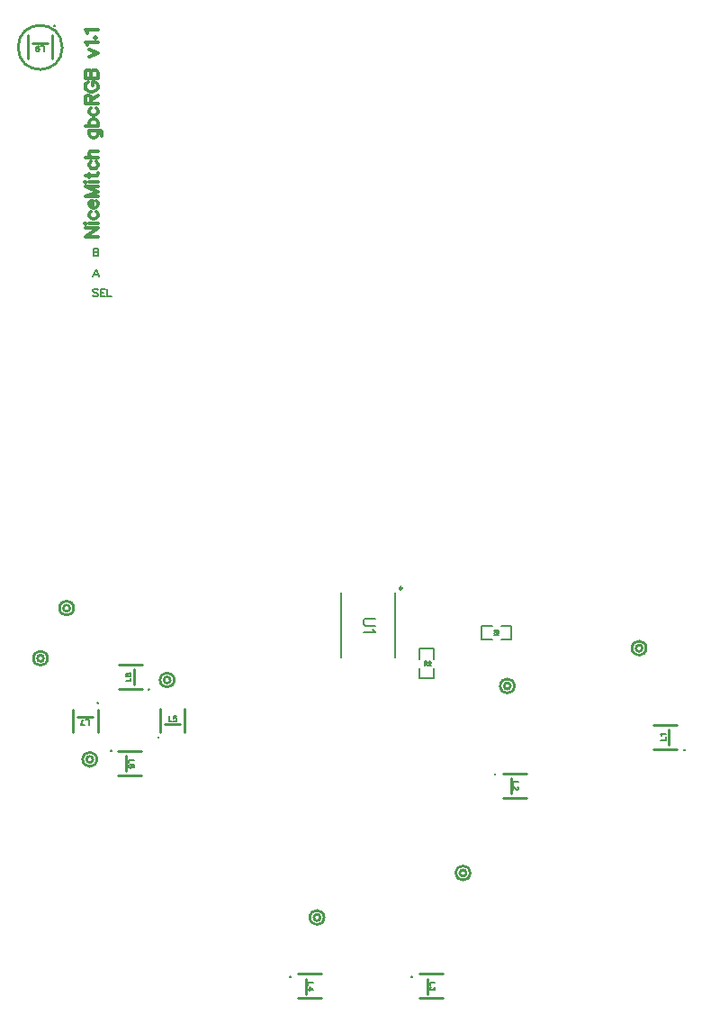
<source format=gto>
G04 Layer: TopSilkLayer*
G04 EasyEDA v6.4.25, 2021-09-17T16:21:59--7:00*
G04 8dbd8d05a4bf401dbff3891acb08e7ed,1286d1f709c949e68cfeef46812bcf49,10*
G04 Gerber Generator version 0.2*
G04 Scale: 100 percent, Rotated: No, Reflected: No *
G04 Dimensions in millimeters *
G04 leading zeros omitted , absolute positions ,4 integer and 5 decimal *
%FSLAX45Y45*%
%MOMM*%

%ADD10C,0.2540*%
%ADD11C,0.3000*%
%ADD23C,0.1524*%
%ADD24C,0.2032*%
%ADD25C,0.1500*%

%LPD*%
D24*
X6146987Y7215677D02*
G01*
X6146987Y7144049D01*
X6146987Y7215677D02*
G01*
X6177721Y7215677D01*
X6187881Y7212375D01*
X6191183Y7208819D01*
X6194739Y7201961D01*
X6194739Y7195103D01*
X6191183Y7188499D01*
X6187881Y7184943D01*
X6177721Y7181641D01*
X6146987Y7181641D02*
G01*
X6177721Y7181641D01*
X6187881Y7178085D01*
X6191183Y7174783D01*
X6194739Y7167925D01*
X6194739Y7157765D01*
X6191183Y7150907D01*
X6187881Y7147605D01*
X6177721Y7144049D01*
X6146987Y7144049D01*
X6171945Y7022084D02*
G01*
X6144768Y6950455D01*
X6171945Y7022084D02*
G01*
X6199377Y6950455D01*
X6154927Y6974331D02*
G01*
X6189218Y6974331D01*
X6191679Y6824398D02*
G01*
X6184821Y6831256D01*
X6174661Y6834558D01*
X6160945Y6834558D01*
X6150785Y6831256D01*
X6143927Y6824398D01*
X6143927Y6817540D01*
X6147483Y6810682D01*
X6150785Y6807380D01*
X6157643Y6804078D01*
X6177963Y6797220D01*
X6184821Y6793664D01*
X6188377Y6790362D01*
X6191679Y6783504D01*
X6191679Y6773344D01*
X6184821Y6766486D01*
X6174661Y6763184D01*
X6160945Y6763184D01*
X6150785Y6766486D01*
X6143927Y6773344D01*
X6214285Y6834558D02*
G01*
X6214285Y6763184D01*
X6214285Y6834558D02*
G01*
X6258481Y6834558D01*
X6214285Y6800522D02*
G01*
X6241463Y6800522D01*
X6214285Y6763184D02*
G01*
X6258481Y6763184D01*
X6281087Y6834558D02*
G01*
X6281087Y6763184D01*
X6281087Y6763184D02*
G01*
X6321981Y6763184D01*
D11*
X6071488Y7327874D02*
G01*
X6190868Y7327874D01*
X6071488Y7327874D02*
G01*
X6190868Y7407376D01*
X6071488Y7407376D02*
G01*
X6190868Y7407376D01*
X6071488Y7444968D02*
G01*
X6077077Y7450556D01*
X6071488Y7456398D01*
X6065900Y7450556D01*
X6071488Y7444968D01*
X6111113Y7450556D02*
G01*
X6190868Y7450556D01*
X6128384Y7562062D02*
G01*
X6116954Y7550632D01*
X6111113Y7539202D01*
X6111113Y7522184D01*
X6116954Y7510754D01*
X6128384Y7499578D01*
X6145402Y7493736D01*
X6156579Y7493736D01*
X6173850Y7499578D01*
X6185027Y7510754D01*
X6190868Y7522184D01*
X6190868Y7539202D01*
X6185027Y7550632D01*
X6173850Y7562062D01*
X6145402Y7599400D02*
G01*
X6145402Y7667726D01*
X6133972Y7667726D01*
X6122543Y7661884D01*
X6116954Y7656296D01*
X6111113Y7644866D01*
X6111113Y7627848D01*
X6116954Y7616418D01*
X6128384Y7605242D01*
X6145402Y7599400D01*
X6156579Y7599400D01*
X6173850Y7605242D01*
X6185027Y7616418D01*
X6190868Y7627848D01*
X6190868Y7644866D01*
X6185027Y7656296D01*
X6173850Y7667726D01*
X6071488Y7705064D02*
G01*
X6190868Y7705064D01*
X6071488Y7705064D02*
G01*
X6190868Y7750530D01*
X6071488Y7795996D02*
G01*
X6190868Y7750530D01*
X6071488Y7795996D02*
G01*
X6190868Y7795996D01*
X6071488Y7833588D02*
G01*
X6077077Y7839176D01*
X6071488Y7845018D01*
X6065900Y7839176D01*
X6071488Y7833588D01*
X6111113Y7839176D02*
G01*
X6190868Y7839176D01*
X6071488Y7899374D02*
G01*
X6168009Y7899374D01*
X6185027Y7905216D01*
X6190868Y7916646D01*
X6190868Y7927822D01*
X6111113Y7882356D02*
G01*
X6111113Y7922234D01*
X6128384Y8033486D02*
G01*
X6116954Y8022310D01*
X6111113Y8010880D01*
X6111113Y7993862D01*
X6116954Y7982432D01*
X6128384Y7971002D01*
X6145402Y7965414D01*
X6156579Y7965414D01*
X6173850Y7971002D01*
X6185027Y7982432D01*
X6190868Y7993862D01*
X6190868Y8010880D01*
X6185027Y8022310D01*
X6173850Y8033486D01*
X6071488Y8071078D02*
G01*
X6190868Y8071078D01*
X6133972Y8071078D02*
G01*
X6116954Y8088096D01*
X6111113Y8099526D01*
X6111113Y8116544D01*
X6116954Y8127974D01*
X6133972Y8133562D01*
X6190868Y8133562D01*
X6111113Y8326856D02*
G01*
X6202045Y8326856D01*
X6219316Y8321014D01*
X6224904Y8315426D01*
X6230493Y8303996D01*
X6230493Y8286978D01*
X6224904Y8275548D01*
X6128384Y8326856D02*
G01*
X6116954Y8315426D01*
X6111113Y8303996D01*
X6111113Y8286978D01*
X6116954Y8275548D01*
X6128384Y8264372D01*
X6145402Y8258530D01*
X6156579Y8258530D01*
X6173850Y8264372D01*
X6185027Y8275548D01*
X6190868Y8286978D01*
X6190868Y8303996D01*
X6185027Y8315426D01*
X6173850Y8326856D01*
X6071488Y8364194D02*
G01*
X6190868Y8364194D01*
X6128384Y8364194D02*
G01*
X6116954Y8375624D01*
X6111113Y8387054D01*
X6111113Y8404072D01*
X6116954Y8415502D01*
X6128384Y8426678D01*
X6145402Y8432520D01*
X6156579Y8432520D01*
X6173850Y8426678D01*
X6185027Y8415502D01*
X6190868Y8404072D01*
X6190868Y8387054D01*
X6185027Y8375624D01*
X6173850Y8364194D01*
X6128384Y8538184D02*
G01*
X6116954Y8526754D01*
X6111113Y8515324D01*
X6111113Y8498306D01*
X6116954Y8486876D01*
X6128384Y8475700D01*
X6145402Y8469858D01*
X6156579Y8469858D01*
X6173850Y8475700D01*
X6185027Y8486876D01*
X6190868Y8498306D01*
X6190868Y8515324D01*
X6185027Y8526754D01*
X6173850Y8538184D01*
X6071488Y8575522D02*
G01*
X6190868Y8575522D01*
X6071488Y8575522D02*
G01*
X6071488Y8626830D01*
X6077077Y8643848D01*
X6082918Y8649436D01*
X6094095Y8655278D01*
X6105525Y8655278D01*
X6116954Y8649436D01*
X6122543Y8643848D01*
X6128384Y8626830D01*
X6128384Y8575522D01*
X6128384Y8615400D02*
G01*
X6190868Y8655278D01*
X6099936Y8777960D02*
G01*
X6088506Y8772118D01*
X6077077Y8760942D01*
X6071488Y8749512D01*
X6071488Y8726652D01*
X6077077Y8715476D01*
X6088506Y8704046D01*
X6099936Y8698458D01*
X6116954Y8692616D01*
X6145402Y8692616D01*
X6162420Y8698458D01*
X6173850Y8704046D01*
X6185027Y8715476D01*
X6190868Y8726652D01*
X6190868Y8749512D01*
X6185027Y8760942D01*
X6173850Y8772118D01*
X6162420Y8777960D01*
X6145402Y8777960D01*
X6145402Y8749512D02*
G01*
X6145402Y8777960D01*
X6071488Y8815298D02*
G01*
X6190868Y8815298D01*
X6071488Y8815298D02*
G01*
X6071488Y8866606D01*
X6077077Y8883624D01*
X6082918Y8889212D01*
X6094095Y8895054D01*
X6105525Y8895054D01*
X6116954Y8889212D01*
X6122543Y8883624D01*
X6128384Y8866606D01*
X6128384Y8815298D02*
G01*
X6128384Y8866606D01*
X6133972Y8883624D01*
X6139561Y8889212D01*
X6150990Y8895054D01*
X6168009Y8895054D01*
X6179438Y8889212D01*
X6185027Y8883624D01*
X6190868Y8866606D01*
X6190868Y8815298D01*
X6111113Y9020022D02*
G01*
X6190868Y9054058D01*
X6111113Y9088094D02*
G01*
X6190868Y9054058D01*
X6094095Y9125686D02*
G01*
X6088506Y9137116D01*
X6071488Y9154134D01*
X6190868Y9154134D01*
X6162420Y9197314D02*
G01*
X6168009Y9191472D01*
X6173850Y9197314D01*
X6168009Y9202902D01*
X6162420Y9197314D01*
X6094095Y9240494D02*
G01*
X6088506Y9251670D01*
X6071488Y9268942D01*
X6190868Y9268942D01*
D23*
X9262005Y3333775D02*
G01*
X9262005Y3295675D01*
X9262005Y3333775D02*
G01*
X9278261Y3333775D01*
X9283849Y3331997D01*
X9285627Y3330219D01*
X9287405Y3326663D01*
X9287405Y3322853D01*
X9285627Y3319297D01*
X9283849Y3317519D01*
X9278261Y3315741D01*
X9262005Y3315741D01*
X9274705Y3315741D02*
G01*
X9287405Y3295675D01*
X9301375Y3324885D02*
G01*
X9301375Y3326663D01*
X9303153Y3330219D01*
X9304931Y3331997D01*
X9308487Y3333775D01*
X9315853Y3333775D01*
X9319409Y3331997D01*
X9321187Y3330219D01*
X9323219Y3326663D01*
X9323219Y3322853D01*
X9321187Y3319297D01*
X9317631Y3313963D01*
X9299343Y3295675D01*
X9324997Y3295675D01*
X11485973Y2595816D02*
G01*
X11533725Y2595816D01*
X11533725Y2595816D02*
G01*
X11533725Y2622994D01*
X11495117Y2637980D02*
G01*
X11492831Y2642552D01*
X11485973Y2649410D01*
X11533725Y2649410D01*
D25*
X11711508Y2506075D02*
G01*
X11707952Y2502773D01*
X11711508Y2499217D01*
X11714810Y2502773D01*
X11711508Y2506075D01*
D23*
X10146736Y2199673D02*
G01*
X10099238Y2199673D01*
X10099238Y2199673D02*
G01*
X10099238Y2172241D01*
X10135560Y2154969D02*
G01*
X10137846Y2154969D01*
X10142418Y2152683D01*
X10144450Y2150397D01*
X10146736Y2146079D01*
X10146736Y2136935D01*
X10144450Y2132363D01*
X10142418Y2130077D01*
X10137846Y2127791D01*
X10133274Y2127791D01*
X10128702Y2130077D01*
X10121844Y2134649D01*
X10099238Y2157255D01*
X10099238Y2125505D01*
D25*
X9926525Y2274811D02*
G01*
X9930081Y2278367D01*
X9926525Y2281669D01*
X9923223Y2278367D01*
X9926525Y2274811D01*
D23*
X9362285Y317949D02*
G01*
X9314533Y317949D01*
X9314533Y317949D02*
G01*
X9314533Y290771D01*
X9362285Y271213D02*
G01*
X9362285Y246067D01*
X9343997Y259783D01*
X9343997Y252925D01*
X9341965Y248353D01*
X9339679Y246067D01*
X9332821Y244035D01*
X9328249Y244035D01*
X9321391Y246067D01*
X9316819Y250639D01*
X9314533Y257497D01*
X9314533Y264355D01*
X9316819Y271213D01*
X9319105Y273499D01*
X9323677Y275785D01*
D25*
X9144215Y367672D02*
G01*
X9140659Y370974D01*
X9137357Y367672D01*
X9140659Y364116D01*
X9144215Y367672D01*
D23*
X8216529Y315998D02*
G01*
X8168777Y315998D01*
X8168777Y315998D02*
G01*
X8168777Y288820D01*
X8216529Y250974D02*
G01*
X8184525Y273834D01*
X8184525Y239544D01*
X8216529Y250974D02*
G01*
X8168777Y250974D01*
D25*
X7997682Y363915D02*
G01*
X8000984Y367217D01*
X7997682Y370773D01*
X7994126Y367217D01*
X7997682Y363915D01*
D23*
X6857911Y2817439D02*
G01*
X6857911Y2769687D01*
X6857911Y2769687D02*
G01*
X6885343Y2769687D01*
X6927507Y2817439D02*
G01*
X6904901Y2817439D01*
X6902615Y2797119D01*
X6904901Y2799151D01*
X6911505Y2801437D01*
X6918363Y2801437D01*
X6925221Y2799151D01*
X6929793Y2794833D01*
X6932079Y2787975D01*
X6932079Y2783403D01*
X6929793Y2776545D01*
X6925221Y2771973D01*
X6918363Y2769687D01*
X6911505Y2769687D01*
X6904901Y2771973D01*
X6902615Y2774259D01*
X6900329Y2778831D01*
D25*
X6764068Y2619667D02*
G01*
X6760766Y2622969D01*
X6757210Y2619667D01*
X6760766Y2616111D01*
X6764068Y2619667D01*
D23*
X6529572Y2405692D02*
G01*
X6481820Y2405692D01*
X6481820Y2405692D02*
G01*
X6481820Y2378260D01*
X6522714Y2336096D02*
G01*
X6527286Y2338382D01*
X6529572Y2345240D01*
X6529572Y2349812D01*
X6527286Y2356670D01*
X6520428Y2360988D01*
X6508998Y2363274D01*
X6497568Y2363274D01*
X6488678Y2360988D01*
X6484106Y2356670D01*
X6481820Y2349812D01*
X6481820Y2347526D01*
X6484106Y2340668D01*
X6488678Y2336096D01*
X6495282Y2333810D01*
X6497568Y2333810D01*
X6504426Y2336096D01*
X6508998Y2340668D01*
X6511284Y2347526D01*
X6511284Y2349812D01*
X6508998Y2356670D01*
X6504426Y2360988D01*
X6497568Y2363274D01*
D25*
X6315456Y2489964D02*
G01*
X6319011Y2493266D01*
X6315456Y2496568D01*
X6312154Y2493266D01*
X6315456Y2489964D01*
D23*
X6104054Y2739839D02*
G01*
X6104054Y2787337D01*
X6104054Y2787337D02*
G01*
X6076622Y2787337D01*
X6029886Y2739839D02*
G01*
X6052492Y2787337D01*
X6061636Y2739839D02*
G01*
X6029886Y2739839D01*
D25*
X6185400Y2945145D02*
G01*
X6188956Y2941843D01*
X6192258Y2945145D01*
X6188956Y2948701D01*
X6185400Y2945145D01*
D23*
X6453568Y3149892D02*
G01*
X6501320Y3149892D01*
X6501320Y3149892D02*
G01*
X6501320Y3177324D01*
X6453568Y3203740D02*
G01*
X6455854Y3196882D01*
X6460426Y3194596D01*
X6464998Y3194596D01*
X6469316Y3196882D01*
X6471602Y3201454D01*
X6473888Y3210344D01*
X6476174Y3217202D01*
X6480746Y3221774D01*
X6485318Y3224060D01*
X6492176Y3224060D01*
X6496748Y3221774D01*
X6499034Y3219488D01*
X6501320Y3212630D01*
X6501320Y3203740D01*
X6499034Y3196882D01*
X6496748Y3194596D01*
X6492176Y3192310D01*
X6485318Y3192310D01*
X6480746Y3194596D01*
X6476174Y3199168D01*
X6473888Y3206026D01*
X6471602Y3214916D01*
X6469316Y3219488D01*
X6464998Y3221774D01*
X6460426Y3221774D01*
X6455854Y3219488D01*
X6453568Y3212630D01*
X6453568Y3203740D01*
D25*
X6669389Y3076041D02*
G01*
X6666087Y3072739D01*
X6669389Y3069437D01*
X6672691Y3072739D01*
X6669389Y3076041D01*
D23*
X5681090Y9070461D02*
G01*
X5681090Y9118213D01*
X5681090Y9118213D02*
G01*
X5653659Y9118213D01*
X5609209Y9086463D02*
G01*
X5611495Y9093321D01*
X5616066Y9097893D01*
X5622925Y9100179D01*
X5624956Y9100179D01*
X5631815Y9097893D01*
X5636386Y9093321D01*
X5638672Y9086463D01*
X5638672Y9084177D01*
X5636386Y9077319D01*
X5631815Y9072747D01*
X5624956Y9070461D01*
X5622925Y9070461D01*
X5616066Y9072747D01*
X5611495Y9077319D01*
X5609209Y9086463D01*
X5609209Y9097893D01*
X5611495Y9109069D01*
X5616066Y9115927D01*
X5622925Y9118213D01*
X5627243Y9118213D01*
X5634100Y9115927D01*
X5636386Y9111355D01*
D25*
X5777905Y9309282D02*
G01*
X5781207Y9305980D01*
X5784763Y9309282D01*
X5781207Y9312838D01*
X5777905Y9309282D01*
D23*
X9960396Y3626876D02*
G01*
X9922042Y3626876D01*
X9960396Y3626876D02*
G01*
X9960396Y3610620D01*
X9958618Y3605286D01*
X9956586Y3603254D01*
X9953030Y3601476D01*
X9949474Y3601476D01*
X9945918Y3603254D01*
X9943886Y3605286D01*
X9942108Y3610620D01*
X9942108Y3626876D01*
X9942108Y3614176D02*
G01*
X9922042Y3601476D01*
X9953030Y3589538D02*
G01*
X9954808Y3585982D01*
X9960396Y3580394D01*
X9922042Y3580394D01*
X8798107Y3739669D02*
G01*
X8720129Y3739669D01*
X8704635Y3734589D01*
X8694221Y3724175D01*
X8689141Y3708427D01*
X8689141Y3698013D01*
X8694221Y3682519D01*
X8704635Y3672105D01*
X8720129Y3667025D01*
X8798107Y3667025D01*
X8777279Y3632735D02*
G01*
X8782613Y3622321D01*
X8798107Y3606573D01*
X8689141Y3606573D01*
X9349760Y3357321D02*
G01*
X9349760Y3453208D01*
X9217639Y3453208D01*
X9217639Y3357321D01*
X9349760Y3272078D02*
G01*
X9349760Y3176191D01*
X9217639Y3176191D01*
X9217639Y3272078D01*
D10*
X11414318Y2735122D02*
G01*
X11634320Y2735122D01*
X11559319Y2695120D02*
G01*
X11559319Y2550121D01*
X11414315Y2505120D02*
G01*
X11634317Y2505120D01*
X10219979Y2049993D02*
G01*
X9999977Y2049993D01*
X10074978Y2089995D02*
G01*
X10074978Y2234994D01*
X10219982Y2279995D02*
G01*
X9999979Y2279995D01*
X9435980Y167998D02*
G01*
X9215978Y167998D01*
X9290979Y208000D02*
G01*
X9290979Y352999D01*
X9435983Y398000D02*
G01*
X9215981Y398000D01*
X8289983Y167998D02*
G01*
X8069981Y167998D01*
X8144982Y208000D02*
G01*
X8144982Y352999D01*
X8289985Y398000D02*
G01*
X8069983Y398000D01*
X7004987Y2891993D02*
G01*
X7004987Y2671991D01*
X6964984Y2746992D02*
G01*
X6819986Y2746992D01*
X6774985Y2891995D02*
G01*
X6774985Y2671993D01*
X6600987Y2260993D02*
G01*
X6380985Y2260993D01*
X6455986Y2300996D02*
G01*
X6455986Y2445994D01*
X6600990Y2490995D02*
G01*
X6380988Y2490995D01*
X5958987Y2664993D02*
G01*
X5958987Y2884995D01*
X5998989Y2809994D02*
G01*
X6143988Y2809994D01*
X6188989Y2664990D02*
G01*
X6188989Y2884992D01*
X6383987Y3302995D02*
G01*
X6603989Y3302995D01*
X6528988Y3262993D02*
G01*
X6528988Y3117994D01*
X6383985Y3072993D02*
G01*
X6603987Y3072993D01*
X5533590Y8998318D02*
G01*
X5533590Y9218320D01*
X5573593Y9143319D02*
G01*
X5718591Y9143319D01*
X5763592Y8998315D02*
G01*
X5763592Y9218317D01*
D23*
X9983774Y3539238D02*
G01*
X10079662Y3539238D01*
X10079662Y3671359D01*
X9983774Y3671359D01*
X9898532Y3539238D02*
G01*
X9802644Y3539238D01*
X9802644Y3671359D01*
X9898532Y3671359D01*
D24*
X8989982Y3374191D02*
G01*
X8989982Y3983791D01*
X8481982Y3983791D02*
G01*
X8481982Y3374191D01*
D10*
G75*
G01*
X9040782Y4009192D02*
G03*
X9040223Y4009192I-279J12697D01*
G75*
G01
X6180912Y2413203D02*
G03X6180912Y2413203I-66726J0D01*
G75*
G01
X6144184Y2413203D02*
G03X6144184Y2413203I-29997J0D01*
G75*
G01
X6871843Y3159557D02*
G03X6871843Y3159557I-29997J0D01*
G75*
G01
X6908571Y3159557D02*
G03X6908571Y3159557I-66726J0D01*
G75*
G01
X5717515Y3363646D02*
G03X5717515Y3363646I-66726J0D01*
G75*
G01
X5680786Y3363646D02*
G03X5680786Y3363646I-29997J0D01*
G75*
G01
X5963056Y3835603D02*
G03X5963056Y3835603I-66726J0D01*
G75*
G01
X5926328Y3835603D02*
G03X5926328Y3835603I-29997J0D01*
G75*
G01
X10108895Y3103905D02*
G03X10108895Y3103905I-66726J0D01*
G75*
G01
X10072167Y3103905D02*
G03X10072167Y3103905I-29997J0D01*
G75*
G01
X11312068Y3459150D02*
G03X11312068Y3459150I-29997J0D01*
G75*
G01
X11348796Y3459150D02*
G03X11348796Y3459150I-66726J0D01*
G75*
G01
X9692513Y1345082D02*
G03X9692513Y1345082I-66726J0D01*
G75*
G01
X9655785Y1345082D02*
G03X9655785Y1345082I-29997J0D01*
G75*
G01
X8282153Y927176D02*
G03X8282153Y927176I-29997J0D01*
G75*
G01
X8318881Y927176D02*
G03X8318881Y927176I-66726J0D01*
G75*
G01
X5855691Y9107145D02*
G03X5855691Y9107145I-207848J0D01*
M02*

</source>
